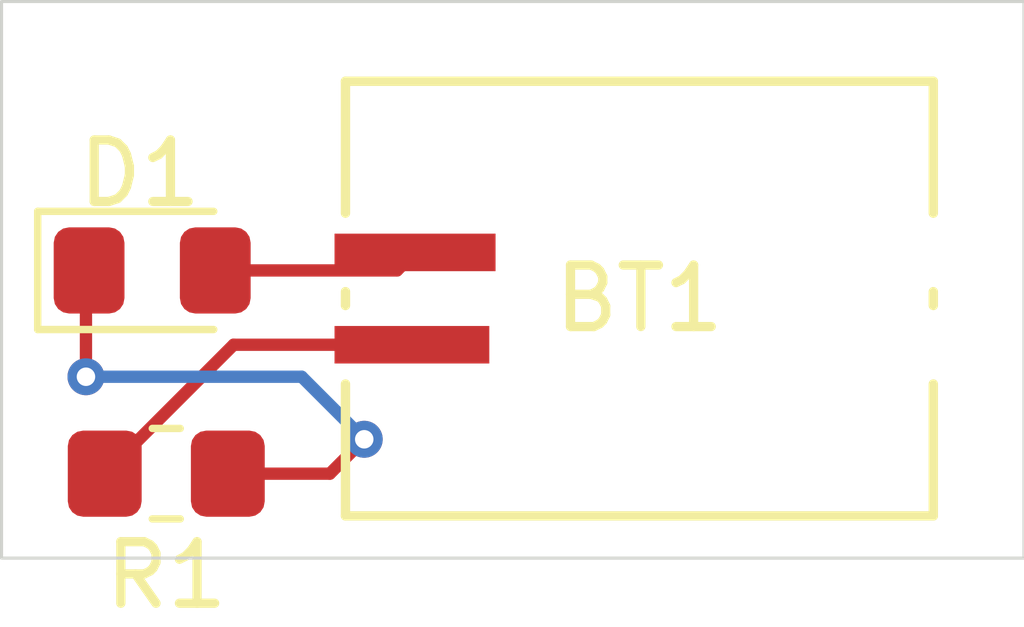
<source format=kicad_pcb>
(kicad_pcb (version 20240108) (generator "pcbnew") (generator_version "8.0")
  (title_block (title "second demo") (date "2024-10-10") (rev "1.0") (company "Formula Slug"))
  (layers (0 "F.Cu" signal) (31 "B.Cu" signal) (34 "B.Paste" user) (35 "F.Paste" user) (36 "B.SilkS" user "B.Silkscreen") (37 "F.SilkS" user "F.Silkscreen") (38 "B.Mask" user) (39 "F.Mask" user) (44 "Edge.Cuts" user))
  (net 0 "")
  (net 1 "Net-(BT1-+)")
  (net 2 "Net-(D1-K)")
  (net 3 "Net-(BT1--)")
  (footprint "Resistor_SMD:R_0805_2012Metric_Pad1.20x1.40mm_HandSolder" (layer "F.Cu") (at 160.7152 90.932 180)
    (property "Reference" "R1" (at 0 -1.65 180) (layer "F.SilkS"))
    (property "Value" "R")
    (fp_line (start -0.227064 0.735) (end 0.227064 0.735) (stroke (width 0.12)) (layer "F.SilkS"))
    (fp_line (start -0.227064 -0.735) (end 0.227064 -0.735) (stroke (width 0.12)) (layer "F.SilkS"))
    (pad "1" smd roundrect (at -1 0 180) (size 1.2 1.4) (layers "F.Cu" "F.Paste" "F.Mask") (roundrect_rratio 0.208333) (net 2 "Net-(D1-K)"))
    (pad "2" smd roundrect (at 1 0 180) (size 1.2 1.4) (layers "F.Cu" "F.Paste" "F.Mask") (roundrect_rratio 0.208333) (net 3 "Net-(BT1--)"))
  )
  (footprint "FS_3_Global_Footprint_Library:MS621FE-FL11E_SEC" (layer "F.Cu") (at 168.402 88.0872)
    (property "Reference" "BT1" (at 0 0 0) (layer "F.SilkS"))
    (property "Value" "Battery_Cell")
    (fp_line (start -4.7752 -3.5306) (end -4.7752 -1.387541) (stroke (width 0.1524)) (layer "F.SilkS"))
    (fp_line (start -4.7752 -0.112461) (end -4.7752 0.112461) (stroke (width 0.1524)) (layer "F.SilkS"))
    (fp_line (start -4.7752 1.387541) (end -4.7752 3.5306) (stroke (width 0.1524)) (layer "F.SilkS"))
    (fp_line (start -4.7752 3.5306) (end 4.7752 3.5306) (stroke (width 0.1524)) (layer "F.SilkS"))
    (fp_line (start 4.7752 -3.5306) (end -4.7752 -3.5306) (stroke (width 0.1524)) (layer "F.SilkS"))
    (fp_line (start 4.7752 -1.387541) (end 4.7752 -3.5306) (stroke (width 0.1524)) (layer "F.SilkS"))
    (fp_line (start 4.7752 0.112461) (end 4.7752 -0.112461) (stroke (width 0.1524)) (layer "F.SilkS"))
    (fp_line (start 4.7752 3.5306) (end 4.7752 1.387541) (stroke (width 0.1524)) (layer "F.SilkS"))
    (pad "1" smd rect (at -3.6449 -0.750001) (size 2.6162 0.6096) (layers "F.Cu" "F.Paste" "F.Mask") (net 1 "Net-(BT1-+)"))
    (pad "2" smd rect (at -3.6957 0.750001) (size 2.5146 0.6096) (layers "F.Cu" "F.Paste" "F.Mask") (net 3 "Net-(BT1--)"))
  )
  (footprint "LED_SMD:LED_0805_2012Metric_Pad1.15x1.40mm_HandSolder" (layer "F.Cu") (at 160.4862 87.63)
    (property "Reference" "D1" (at -0.2032 -1.5748 0) (layer "F.SilkS"))
    (property "Value" "LED")
    (fp_line (start -1.86 -0.96) (end -1.86 0.96) (stroke (width 0.12)) (layer "F.SilkS"))
    (fp_line (start -1.86 0.96) (end 1 0.96) (stroke (width 0.12)) (layer "F.SilkS"))
    (fp_line (start 1 -0.96) (end -1.86 -0.96) (stroke (width 0.12)) (layer "F.SilkS"))
    (pad "1" smd roundrect (at -1.025 0) (size 1.15 1.4) (layers "F.Cu" "F.Paste" "F.Mask") (roundrect_rratio 0.217391) (net 2 "Net-(D1-K)"))
    (pad "2" smd roundrect (at 1.025 0) (size 1.15 1.4) (layers "F.Cu" "F.Paste" "F.Mask") (roundrect_rratio 0.217391) (net 1 "Net-(BT1-+)"))
  )
  (gr_rect (start 158.0388 83.2612) (end 174.6504 92.3036) (stroke (width 0.05)) (fill none) (layer "Edge.Cuts"))
  (segment (start 164.464299 87.63) (end 164.7571 87.337199) (width 0.2) (layer "F.Cu") (net 1))
  (segment (start 161.5112 87.63) (end 164.464299 87.63) (width 0.2) (layer "F.Cu") (net 1))
  (segment (start 159.4104 89.3572) (end 159.4104 87.6808) (width 0.2) (layer "F.Cu") (net 2))
  (segment (start 161.7152 90.932) (end 163.3728 90.932) (width 0.2) (layer "F.Cu") (net 2))
  (segment (start 159.4104 87.6808) (end 159.4612 87.63) (width 0.2) (layer "F.Cu") (net 2))
  (segment (start 163.3728 90.932) (end 163.9316 90.3732) (width 0.2) (layer "F.Cu") (net 2))
  (via (at 159.4104 89.3572) (size 0.6) (drill 0.3) (layers "F.Cu" "B.Cu") (net 2))
  (via (at 163.9316 90.3732) (size 0.6) (drill 0.3) (layers "F.Cu" "B.Cu") (net 2))
  (segment (start 163.9316 90.3732) (end 162.9156 89.3572) (width 0.2) (layer "B.Cu") (net 2))
  (segment (start 162.9156 89.3572) (end 159.4104 89.3572) (width 0.2) (layer "B.Cu") (net 2))
  (segment (start 159.7152 90.932) (end 161.809999 88.837201) (width 0.2) (layer "F.Cu") (net 3))
  (segment (start 161.809999 88.837201) (end 164.7063 88.837201) (width 0.2) (layer "F.Cu") (net 3))
)
</source>
